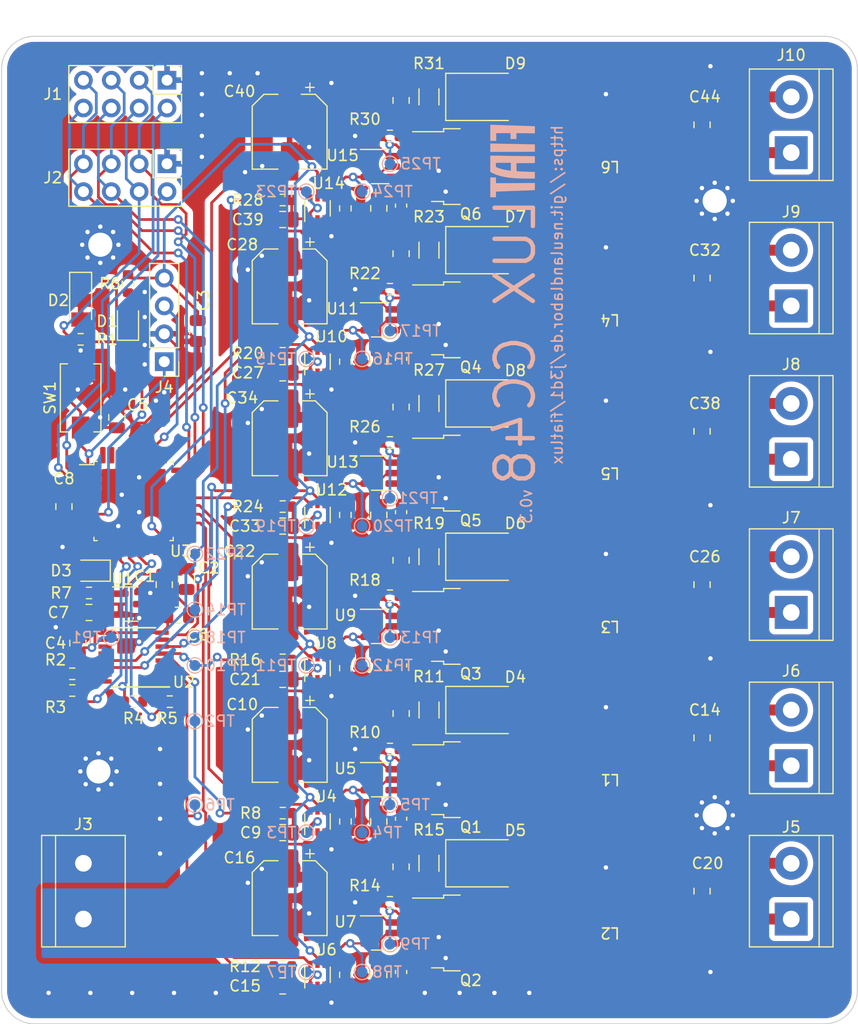
<source format=kicad_pcb>
(kicad_pcb (version 20211014) (generator pcbnew)

  (general
    (thickness 1.6)
  )

  (paper "A4")
  (layers
    (0 "F.Cu" signal)
    (31 "B.Cu" signal)
    (32 "B.Adhes" user "B.Adhesive")
    (33 "F.Adhes" user "F.Adhesive")
    (34 "B.Paste" user)
    (35 "F.Paste" user)
    (36 "B.SilkS" user "B.Silkscreen")
    (37 "F.SilkS" user "F.Silkscreen")
    (38 "B.Mask" user)
    (39 "F.Mask" user)
    (40 "Dwgs.User" user "User.Drawings")
    (41 "Cmts.User" user "User.Comments")
    (42 "Eco1.User" user "User.Eco1")
    (43 "Eco2.User" user "User.Eco2")
    (44 "Edge.Cuts" user)
    (45 "Margin" user)
    (46 "B.CrtYd" user "B.Courtyard")
    (47 "F.CrtYd" user "F.Courtyard")
    (48 "B.Fab" user)
    (49 "F.Fab" user)
    (50 "User.1" user "Nutzer.1")
    (51 "User.2" user "Nutzer.2")
    (52 "User.3" user "Nutzer.3")
    (53 "User.4" user "Nutzer.4")
    (54 "User.5" user "Nutzer.5")
    (55 "User.6" user "Nutzer.6")
    (56 "User.7" user "Nutzer.7")
    (57 "User.8" user "Nutzer.8")
    (58 "User.9" user "Nutzer.9")
  )

  (setup
    (stackup
      (layer "F.SilkS" (type "Top Silk Screen"))
      (layer "F.Paste" (type "Top Solder Paste"))
      (layer "F.Mask" (type "Top Solder Mask") (thickness 0.01))
      (layer "F.Cu" (type "copper") (thickness 0.035))
      (layer "dielectric 1" (type "core") (thickness 1.51) (material "FR4") (epsilon_r 4.5) (loss_tangent 0.02))
      (layer "B.Cu" (type "copper") (thickness 0.035))
      (layer "B.Mask" (type "Bottom Solder Mask") (thickness 0.01))
      (layer "B.Paste" (type "Bottom Solder Paste"))
      (layer "B.SilkS" (type "Bottom Silk Screen"))
      (copper_finish "None")
      (dielectric_constraints no)
    )
    (pad_to_mask_clearance 0)
    (grid_origin 167.894 27.686)
    (pcbplotparams
      (layerselection 0x00010fc_ffffffff)
      (disableapertmacros false)
      (usegerberextensions false)
      (usegerberattributes true)
      (usegerberadvancedattributes true)
      (creategerberjobfile true)
      (svguseinch false)
      (svgprecision 6)
      (excludeedgelayer true)
      (plotframeref false)
      (viasonmask false)
      (mode 1)
      (useauxorigin false)
      (hpglpennumber 1)
      (hpglpenspeed 20)
      (hpglpendiameter 15.000000)
      (dxfpolygonmode true)
      (dxfimperialunits true)
      (dxfusepcbnewfont true)
      (psnegative false)
      (psa4output false)
      (plotreference true)
      (plotvalue true)
      (plotinvisibletext false)
      (sketchpadsonfab false)
      (subtractmaskfromsilk false)
      (outputformat 1)
      (mirror false)
      (drillshape 1)
      (scaleselection 1)
      (outputdirectory "")
    )
  )

  (net 0 "")
  (net 1 "+3V3")
  (net 2 "GND")
  (net 3 "~{BUSRST}")
  (net 4 "Net-(C4-Pad1)")
  (net 5 "Net-(C8-Pad1)")
  (net 6 "/fiatlux_cc48_channel_driver2/DRI_DIM")
  (net 7 "+48V")
  (net 8 "/fiatlux_cc48_channel_driver2/DRI_VCC")
  (net 9 "/fiatlux_cc48_channel_driver2/DRI_COM")
  (net 10 "/fiatlux_cc48_channel_driver2/OUT+")
  (net 11 "/fiatlux_cc48_channel_driver2/OUT-")
  (net 12 "/fiatlux_cc48_channel_driver1/DRI_DIM")
  (net 13 "/fiatlux_cc48_channel_driver1/DRI_VCC")
  (net 14 "/fiatlux_cc48_channel_driver1/DRI_COM")
  (net 15 "/fiatlux_cc48_channel_driver1/OUT+")
  (net 16 "/fiatlux_cc48_channel_driver1/OUT-")
  (net 17 "/fiatlux_cc48_channel_driver3/DRI_DIM")
  (net 18 "/fiatlux_cc48_channel_driver3/DRI_VCC")
  (net 19 "/fiatlux_cc48_channel_driver3/DRI_COM")
  (net 20 "/fiatlux_cc48_channel_driver3/OUT+")
  (net 21 "/fiatlux_cc48_channel_driver3/OUT-")
  (net 22 "/fiatlux_cc48_channel_driver5/DRI_DIM")
  (net 23 "/fiatlux_cc48_channel_driver5/DRI_VCC")
  (net 24 "/fiatlux_cc48_channel_driver5/DRI_COM")
  (net 25 "/fiatlux_cc48_channel_driver5/OUT+")
  (net 26 "/fiatlux_cc48_channel_driver5/OUT-")
  (net 27 "Net-(D1-Pad2)")
  (net 28 "ACT_LED")
  (net 29 "Net-(D3-Pad2)")
  (net 30 "/fiatlux_cc48_channel_driver4/DRI_DIM")
  (net 31 "/fiatlux_cc48_channel_driver4/DRI_VCC")
  (net 32 "/fiatlux_cc48_channel_driver4/DRI_COM")
  (net 33 "/fiatlux_cc48_channel_driver4/OUT+")
  (net 34 "/fiatlux_cc48_channel_driver4/OUT-")
  (net 35 "SWIM")
  (net 36 "/fiatlux_cc48_channel_driver6/DRI_DIM")
  (net 37 "/fiatlux_cc48_channel_driver6/DRI_VCC")
  (net 38 "/fiatlux_cc48_channel_driver6/DRI_COM")
  (net 39 "/fiatlux_cc48_channel_driver6/OUT+")
  (net 40 "/fiatlux_cc48_channel_driver6/OUT-")
  (net 41 "/fiatlux_cc48_channel_driver2/DRI_SOURCE")
  (net 42 "/fiatlux_cc48_channel_driver1/DRI_SOURCE")
  (net 43 "/fiatlux_cc48_channel_driver3/DRI_SOURCE")
  (net 44 "DAC_SYNC")
  (net 45 "Net-(R2-Pad2)")
  (net 46 "SCLK")
  (net 47 "Net-(R3-Pad2)")
  (net 48 "MOSI")
  (net 49 "Net-(R4-Pad2)")
  (net 50 "MISO")
  (net 51 "Net-(R5-Pad2)")
  (net 52 "CH2_DIM")
  (net 53 "Net-(R9-Pad1)")
  (net 54 "CH1_DIM")
  (net 55 "CH3_DIM")
  (net 56 "CH5_DIM")
  (net 57 "CH4_DIM")
  (net 58 "Net-(R21-Pad1)")
  (net 59 "CH6_DIM")
  (net 60 "Net-(C13-Pad1)")
  (net 61 "unconnected-(U2-Pad11)")
  (net 62 "unconnected-(U2-Pad12)")
  (net 63 "INIT_{IN}")
  (net 64 "~{INT}")
  (net 65 "INIT_{OUT}")
  (net 66 "unconnected-(U3-Pad9)")
  (net 67 "SW_SCLK")
  (net 68 "SW_MOSI")
  (net 69 "SW_MISO")
  (net 70 "unconnected-(U3-Pad17)")
  (net 71 "CH1_PWM")
  (net 72 "CH2_PWM")
  (net 73 "CH3_PWM")
  (net 74 "CH4_PWM")
  (net 75 "unconnected-(U3-Pad25)")
  (net 76 "unconnected-(U3-Pad27)")
  (net 77 "CH6_PWM")
  (net 78 "CH5_PWM")
  (net 79 "unconnected-(U3-Pad32)")
  (net 80 "/fiatlux_cc48_channel_driver5/DRI_SOURCE")
  (net 81 "/fiatlux_cc48_channel_driver4/DRI_SOURCE")
  (net 82 "/fiatlux_cc48_channel_driver6/DRI_SOURCE")
  (net 83 "/fiatlux_cc48_channel_driver2/DRI_GATE")
  (net 84 "/fiatlux_cc48_channel_driver1/DRI_GATE")
  (net 85 "/fiatlux_cc48_channel_driver3/DRI_GATE")
  (net 86 "/fiatlux_cc48_channel_driver5/DRI_GATE")
  (net 87 "/fiatlux_cc48_channel_driver4/DRI_GATE")
  (net 88 "/fiatlux_cc48_channel_driver6/DRI_GATE")
  (net 89 "unconnected-(U3-Pad30)")
  (net 90 "unconnected-(U3-Pad31)")
  (net 91 "unconnected-(U3-Pad14)")
  (net 92 "unconnected-(U3-Pad15)")
  (net 93 "unconnected-(U3-Pad7)")
  (net 94 "Net-(C19-Pad1)")
  (net 95 "Net-(C25-Pad1)")
  (net 96 "Net-(C31-Pad1)")
  (net 97 "Net-(C37-Pad1)")
  (net 98 "Net-(C43-Pad1)")
  (net 99 "Net-(R13-Pad1)")
  (net 100 "Net-(R17-Pad1)")
  (net 101 "Net-(R25-Pad1)")
  (net 102 "Net-(R29-Pad1)")

  (footprint "fiatlux:PCD0503" (layer "F.Cu") (at 213.36 73.66 180))

  (footprint "TerminalBlock:TerminalBlock_bornier-2_P5.08mm" (layer "F.Cu") (at 229.87 90.17 90))

  (footprint "Capacitor_SMD:C_0805_2012Metric" (layer "F.Cu") (at 183.515 110.236 180))

  (footprint "Capacitor_SMD:C_0603_1608Metric" (layer "F.Cu") (at 194.31 81.026 -90))

  (footprint "Capacitor_SMD:C_0805_2012Metric" (layer "F.Cu") (at 221.742 87.63 -90))

  (footprint "TerminalBlock:TerminalBlock_bornier-2_P5.08mm" (layer "F.Cu") (at 229.87 76.2 90))

  (footprint "MountingHole:MountingHole_2.2mm_M2_Pad_Via" (layer "F.Cu") (at 222.894 38.686))

  (footprint "Resistor_SMD:R_1206_3216Metric" (layer "F.Cu") (at 196.85 99.06 90))

  (footprint "Diode_SMD:D_SMB" (layer "F.Cu") (at 201.93 57.15))

  (footprint "Connector_PinHeader_2.54mm:PinHeader_1x04_P2.54mm_Vertical" (layer "F.Cu") (at 172.72 53.34 180))

  (footprint "Capacitor_SMD:CP_Elec_6.3x4.5" (layer "F.Cu") (at 184.15 60.325 -90))

  (footprint "Connector_PinHeader_2.54mm:PinHeader_2x04_P2.54mm_Vertical" (layer "F.Cu") (at 172.974 35.306 -90))

  (footprint "Capacitor_SMD:C_0603_1608Metric" (layer "F.Cu") (at 194.31 108.966 -90))

  (footprint "Capacitor_SMD:C_0805_2012Metric" (layer "F.Cu") (at 172.72 73.66 -90))

  (footprint "Package_TO_SOT_SMD:SOT-23-6" (layer "F.Cu") (at 192.405 63.5))

  (footprint "Capacitor_SMD:C_0805_2012Metric" (layer "F.Cu") (at 192.278 67.31 -90))

  (footprint "Package_TO_SOT_SMD:SOT-363_SC-70-6" (layer "F.Cu") (at 186.69 81.28 90))

  (footprint "Capacitor_SMD:C_0805_2012Metric" (layer "F.Cu") (at 192.278 109.22 -90))

  (footprint "Package_TO_SOT_SMD:TO-252-2" (layer "F.Cu") (at 200.6655 91.44))

  (footprint "Connector_PinHeader_2.54mm:PinHeader_2x04_P2.54mm_Vertical" (layer "F.Cu") (at 172.974 27.686 -90))

  (footprint "Package_TO_SOT_SMD:TO-252-2" (layer "F.Cu") (at 200.66 77.47))

  (footprint "Resistor_SMD:R_0603_1608Metric" (layer "F.Cu") (at 183.515 80.518))

  (footprint "Diode_SMD:D_SMB" (layer "F.Cu") (at 201.93 29.21))

  (footprint "TerminalBlock:TerminalBlock_bornier-2_P5.08mm" (layer "F.Cu") (at 165.354 99.06 -90))

  (footprint "Diode_SMD:D_SMB" (layer "F.Cu") (at 201.93 99.06))

  (footprint "Diode_SMD:D_SMB" (layer "F.Cu") (at 201.93 43.18))

  (footprint "Capacitor_SMD:C_0805_2012Metric" (layer "F.Cu") (at 192.278 95.25 -90))

  (footprint "MountingHole:MountingHole_2.2mm_M2_Pad_Via" (layer "F.Cu") (at 166.727274 90.686))

  (footprint "fiatlux:PCD0503" (layer "F.Cu") (at 213.36 45.72 180))

  (footprint "Diode_SMD:D_SMB" (layer "F.Cu") (at 201.9355 85.09))

  (footprint "Capacitor_SMD:CP_Elec_6.3x4.5" (layer "F.Cu") (at 184.15 46.482 -90))

  (footprint "MountingHole:MountingHole_2.2mm_M2_Pad_Via" (layer "F.Cu") (at 166.894 42.686))

  (footprint "Package_TO_SOT_SMD:SOT-23-6" (layer "F.Cu") (at 192.405 35.56))

  (footprint "Capacitor_SMD:C_0805_2012Metric" (layer "F.Cu") (at 221.742 31.75 -90))

  (footprint "Resistor_SMD:R_0603_1608Metric" (layer "F.Cu") (at 189.23 81.28 -90))

  (footprint "Resistor_SMD:R_0603_1608Metric" (layer "F.Cu") (at 164.338 81.788))

  (footprint "LED_SMD:LED_0805_2012Metric" (layer "F.Cu") (at 169.418 49.7055 90))

  (footprint "Capacitor_SMD:C_0805_2012Metric" (layer "F.Cu") (at 174.752 73.152 -90))

  (footprint "Capacitor_SMD:C_0805_2012Metric" (layer "F.Cu") (at 194.31 29.53 90))

  (footprint "Capacitor_SMD:C_0805_2012Metric" (layer "F.Cu") (at 183.5205 96.266 180))

  (footprint "fiatlux:PCD0503" (layer "F.Cu") (at 213.36 101.6 180))

  (footprint "Capacitor_SMD:C_0805_2012Metric" (layer "F.Cu") (at 183.515 68.326 180))

  (footprint "Package_QFP:LQFP-32_7x7mm_P0.8mm" (layer "F.Cu") (at 169.926 66.04))

  (footprint "Resistor_SMD:R_1206_3216Metric" (layer "F.Cu") (at 196.85 57.15 90))

  (footprint "Package_TO_SOT_SMD:SOT-23-6" (layer "F.Cu") (at 192.405 49.53))

  (footprint "Package_TO_SOT_SMD:SOT-23-6" (layer "F.Cu") (at 192.4105 91.44))

  (footprint "fiatlux:PCD0503" (layer "F.Cu") (at 213.36 59.69 180))

  (footprint "Resistor_SMD:R_0603_1608Metric" (layer "F.Cu") (at 183.515 108.458))

  (footprint "Capacitor_SMD:C_0805_2012Metric" (layer "F.Cu") (at 164.846 78.994 90))

  (footprint "Resistor_SMD:R_0603_1608Metric" (layer "F.Cu") (at 193.294 46.736))

  (footprint "TerminalBlock:TerminalBlock_bornier-2_P5.08mm" (layer "F.Cu") (at 229.87 62.23 90))

  (footprint "Resistor_SMD:R_0603_1608Metric" (layer "F.Cu") (at 183.5205 94.488))

  (footprint "Package_TO_SOT_SMD:SOT-363_SC-70-6" (layer "F.Cu") (at 186.69 95.25 90))

  (footprint "Capacitor_SMD:C_0805_2012Metric" (layer "F.Cu")
    (tedit 5F68FEEE) (tstamp 70be799c-49f3-4a5c-a91c-581fee19fd78)
    (at 194.31 43.5 90)
    (descr "Capacitor SMD 0805 (2012 Metric), square (rectangular) end terminal, IPC_7351 nominal, (Body size source: IPC-SM-782 page 76, https://www.pcb-3d.com/wordpress/wp-content/uploads/ipc-sm-782a_amendment_1_and_2.pdf, https://docs.google.com/spreadsheets/d/1BsfQQcO9C6DZCsRaXUlFlo91Tg2WpOkGARC1WS5S8t0/edit?usp=sharing), generated with kicad-footprint-generator")
    (tags "capacitor")
    (property "Sheetfile" "fiatlux_cc48_channel_driver.kicad_sch")
    (property "Sheetname" "fiatlux_cc48_channel_driver5")
    (path "/a672b323-13f7-4347-a8ce-0a3f96c45d44/e8c11b9a-5119-4306-86ed-6f30990e796
... [1172721 chars truncated]
</source>
